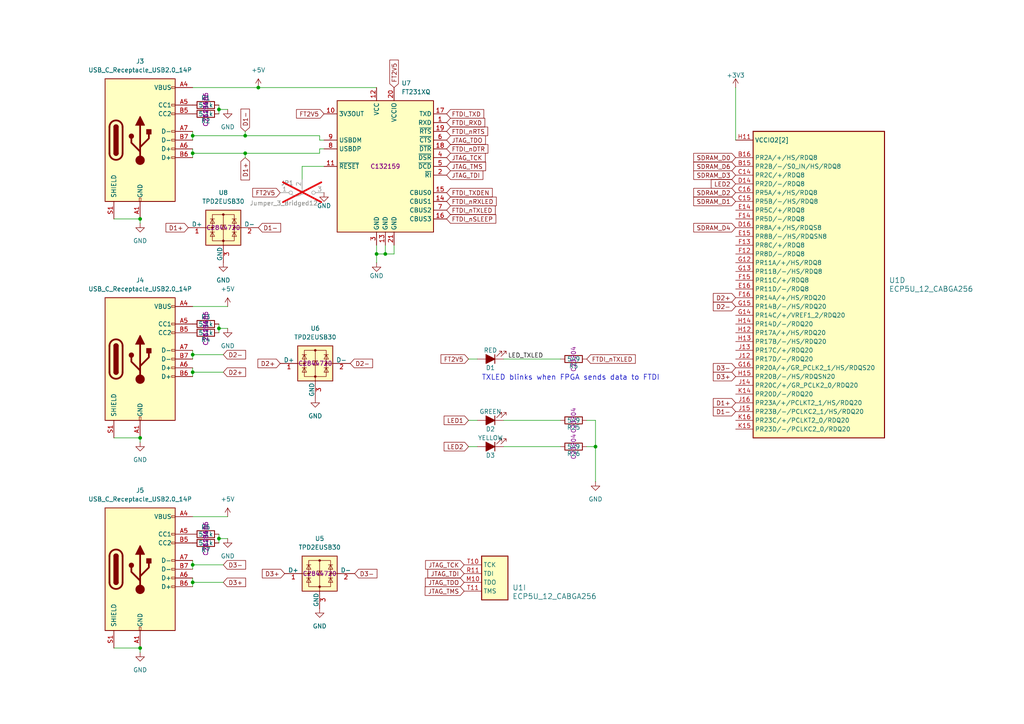
<source format=kicad_sch>
(kicad_sch (version 20250114) (generator "eeschema") (generator_version "9.0")
  (paper "A4")
  (text "TXLED blinks when FPGA sends data to FTDI" (at 139.7 110.49 0) (effects (font (size 1.524 1.524)) (justify left bottom)))
  (junction (at 40.64 187.96))
  (junction (at 74.93 25.4))
  (junction (at 63.5 156.21))
  (junction (at 63.5 31.75))
  (junction (at 55.88 102.87))
  (junction (at 71.12 44.45))
  (junction (at 63.5 95.25))
  (junction (at 111.76 73.66))
  (junction (at 71.12 39.37))
  (junction (at 172.72 129.54))
  (junction (at 40.64 63.5))
  (junction (at 55.88 168.91))
  (junction (at 55.88 163.83))
  (junction (at 109.22 73.66))
  (junction (at 55.88 44.45))
  (junction (at 55.88 39.37))
  (junction (at 40.64 127))
  (junction (at 55.88 107.95))
  (wire (pts (xy 172.72 121.92) (xy 172.72 129.54)))
  (wire (pts (xy 213.36 25.4) (xy 213.36 40.64)))
  (wire (pts (xy 66.04 95.25) (xy 63.5 95.25)))
  (wire (pts (xy 55.88 88.9) (xy 66.04 88.9)))
  (wire (pts (xy 66.04 156.21) (xy 63.5 156.21)))
  (wire (pts (xy 93.98 48.26) (xy 87.63 48.26)))
  (wire (pts (xy 92.71 44.45) (xy 92.71 43.18)))
  (wire (pts (xy 109.22 73.66) (xy 109.22 76.2)))
  (wire (pts (xy 146.05 129.54) (xy 162.56 129.54)))
  (wire (pts (xy 170.18 121.92) (xy 172.72 121.92)))
  (wire (pts (xy 92.71 40.64) (xy 92.71 39.37)))
  (wire (pts (xy 55.88 163.83) (xy 64.77 163.83)))
  (wire (pts (xy 55.88 168.91) (xy 64.77 168.91)))
  (wire (pts (xy 55.88 107.95) (xy 64.77 107.95)))
  (wire (pts (xy 55.88 168.91) (xy 55.88 170.18)))
  (wire (pts (xy 87.63 48.26) (xy 87.63 52.07)))
  (wire (pts (xy 63.5 93.98) (xy 63.5 95.25)))
  (wire (pts (xy 63.5 95.25) (xy 63.5 96.52)))
  (wire (pts (xy 55.88 167.64) (xy 55.88 168.91)))
  (wire (pts (xy 63.5 156.21) (xy 63.5 157.48)))
  (wire (pts (xy 71.12 39.37) (xy 92.71 39.37)))
  (wire (pts (xy 55.88 102.87) (xy 64.77 102.87)))
  (wire (pts (xy 55.88 40.64) (xy 55.88 39.37)))
  (wire (pts (xy 55.88 104.14) (xy 55.88 102.87)))
  (wire (pts (xy 111.76 71.12) (xy 111.76 73.66)))
  (wire (pts (xy 55.88 39.37) (xy 71.12 39.37)))
  (wire (pts (xy 135.89 104.14) (xy 138.43 104.14)))
  (wire (pts (xy 40.64 63.5) (xy 33.02 63.5)))
  (wire (pts (xy 40.64 187.96) (xy 33.02 187.96)))
  (wire (pts (xy 63.5 154.94) (xy 63.5 156.21)))
  (wire (pts (xy 93.98 40.64) (xy 92.71 40.64)))
  (wire (pts (xy 71.12 45.72) (xy 71.12 44.45)))
  (wire (pts (xy 109.22 73.66) (xy 111.76 73.66)))
  (wire (pts (xy 40.64 128.27) (xy 40.64 127)))
  (wire (pts (xy 172.72 129.54) (xy 172.72 139.7)))
  (wire (pts (xy 74.93 25.4) (xy 109.22 25.4)))
  (wire (pts (xy 66.04 31.75) (xy 63.5 31.75)))
  (wire (pts (xy 55.88 25.4) (xy 74.93 25.4)))
  (wire (pts (xy 55.88 165.1) (xy 55.88 163.83)))
  (wire (pts (xy 63.5 30.48) (xy 63.5 31.75)))
  (wire (pts (xy 55.88 107.95) (xy 55.88 109.22)))
  (wire (pts (xy 55.88 43.18) (xy 55.88 44.45)))
  (wire (pts (xy 135.89 121.92) (xy 138.43 121.92)))
  (wire (pts (xy 40.64 127) (xy 33.02 127)))
  (wire (pts (xy 55.88 44.45) (xy 71.12 44.45)))
  (wire (pts (xy 55.88 44.45) (xy 55.88 45.72)))
  (wire (pts (xy 111.76 73.66) (xy 114.3 73.66)))
  (wire (pts (xy 135.89 129.54) (xy 138.43 129.54)))
  (wire (pts (xy 55.88 106.68) (xy 55.88 107.95)))
  (wire (pts (xy 71.12 38.1) (xy 71.12 39.37)))
  (wire (pts (xy 55.88 149.86) (xy 66.04 149.86)))
  (wire (pts (xy 114.3 73.66) (xy 114.3 71.12)))
  (wire (pts (xy 146.05 121.92) (xy 162.56 121.92)))
  (wire (pts (xy 71.12 44.45) (xy 92.71 44.45)))
  (wire (pts (xy 109.22 71.12) (xy 109.22 73.66)))
  (wire (pts (xy 170.18 129.54) (xy 172.72 129.54)))
  (wire (pts (xy 63.5 31.75) (xy 63.5 33.02)))
  (wire (pts (xy 40.64 64.77) (xy 40.64 63.5)))
  (wire (pts (xy 55.88 39.37) (xy 55.88 38.1)))
  (wire (pts (xy 40.64 189.23) (xy 40.64 187.96)))
  (wire (pts (xy 55.88 102.87) (xy 55.88 101.6)))
  (wire (pts (xy 55.88 163.83) (xy 55.88 162.56)))
  (wire (pts (xy 146.05 104.14) (xy 162.56 104.14)))
  (wire (pts (xy 92.71 43.18) (xy 93.98 43.18)))
  (label "LED_TXLED" (at 147.32 104.14 0))
  (global_label "FTDI_RXD" (shape input) (at 129.54 35.56 0) (property "Intersheetrefs" "${INTERSHEET_REFS}" (effects (hide yes))))
  (global_label "FTDI_nTXLED" (shape input) (at 170.18 104.14 0) (property "Intersheetrefs" "${INTERSHEET_REFS}" (effects (hide yes))))
  (global_label "D1-" (shape input) (at 74.93 66.04 0) (property "Intersheetrefs" "${INTERSHEET_REFS}" (effects (hide yes))))
  (global_label "JTAG_TDO" (shape input) (at 134.62 168.91 180) (property "Intersheetrefs" "${INTERSHEET_REFS}" (effects (hide yes))))
  (global_label "D2+" (shape input) (at 213.36 86.36 180) (property "Intersheetrefs" "${INTERSHEET_REFS}" (effects (hide yes))))
  (global_label "D3+" (shape input) (at 82.55 166.37 180) (property "Intersheetrefs" "${INTERSHEET_REFS}" (effects (hide yes))))
  (global_label "FT2V5" (shape input) (at 93.98 33.02 180) (property "Intersheetrefs" "${INTERSHEET_REFS}" (effects (hide yes))))
  (global_label "JTAG_TDI" (shape input) (at 134.62 166.37 180) (property "Intersheetrefs" "${INTERSHEET_REFS}" (effects (hide yes))))
  (global_label "JTAG_TMS" (shape input) (at 129.54 48.26 0) (property "Intersheetrefs" "${INTERSHEET_REFS}" (effects (hide yes))))
  (global_label "D2-" (shape input) (at 213.36 88.9 180) (property "Intersheetrefs" "${INTERSHEET_REFS}" (effects (hide yes))))
  (global_label "FTDI_nTXLED" (shape input) (at 129.54 60.96 0) (property "Intersheetrefs" "${INTERSHEET_REFS}" (effects (hide yes))))
  (global_label "SDRAM_D2" (shape input) (at 213.36 55.88 180) (property "Intersheetrefs" "${INTERSHEET_REFS}" (effects (hide yes))))
  (global_label "FTDI_TXDEN" (shape input) (at 129.54 55.88 0) (property "Intersheetrefs" "${INTERSHEET_REFS}" (effects (hide yes))))
  (global_label "SDRAM_D0" (shape input) (at 213.36 45.72 180) (property "Intersheetrefs" "${INTERSHEET_REFS}" (effects (hide yes))))
  (global_label "D2-" (shape input) (at 101.6 105.41 0) (property "Intersheetrefs" "${INTERSHEET_REFS}" (effects (hide yes))))
  (global_label "D3-" (shape input) (at 102.87 166.37 0) (property "Intersheetrefs" "${INTERSHEET_REFS}" (effects (hide yes))))
  (global_label "D3+" (shape input) (at 64.77 168.91 0) (property "Intersheetrefs" "${INTERSHEET_REFS}" (effects (hide yes))))
  (global_label "FTDI_TXD" (shape input) (at 129.54 33.02 0) (property "Intersheetrefs" "${INTERSHEET_REFS}" (effects (hide yes))))
  (global_label "D2-" (shape input) (at 64.77 102.87 0) (property "Intersheetrefs" "${INTERSHEET_REFS}" (effects (hide yes))))
  (global_label "SDRAM_D1" (shape input) (at 213.36 58.42 180) (property "Intersheetrefs" "${INTERSHEET_REFS}" (effects (hide yes))))
  (global_label "LED1" (shape input) (at 135.89 121.92 180) (property "Intersheetrefs" "${INTERSHEET_REFS}" (effects (hide yes))))
  (global_label "FT2V5" (shape input) (at 114.3 25.4 90) (property "Intersheetrefs" "${INTERSHEET_REFS}" (effects (hide yes))))
  (global_label "SDRAM_D3" (shape input) (at 213.36 50.8 180) (property "Intersheetrefs" "${INTERSHEET_REFS}" (effects (hide yes))))
  (global_label "D2+" (shape input) (at 64.77 107.95 0) (property "Intersheetrefs" "${INTERSHEET_REFS}" (effects (hide yes))))
  (global_label "JTAG_TMS" (shape input) (at 134.62 171.45 180) (property "Intersheetrefs" "${INTERSHEET_REFS}" (effects (hide yes))))
  (global_label "D1-" (shape input) (at 213.36 119.38 180) (property "Intersheetrefs" "${INTERSHEET_REFS}" (effects (hide yes))))
  (global_label "SDRAM_D6" (shape input) (at 213.36 48.26 180) (property "Intersheetrefs" "${INTERSHEET_REFS}" (effects (hide yes))))
  (global_label "FTDI_nRXLED" (shape input) (at 129.54 58.42 0) (property "Intersheetrefs" "${INTERSHEET_REFS}" (effects (hide yes))))
  (global_label "FT2V5" (shape input) (at 135.89 104.14 180) (property "Intersheetrefs" "${INTERSHEET_REFS}" (effects (hide yes))))
  (global_label "D1+" (shape input) (at 71.12 45.72 270) (property "Intersheetrefs" "${INTERSHEET_REFS}" (effects (hide yes))))
  (global_label "JTAG_TDO" (shape input) (at 129.54 40.64 0) (property "Intersheetrefs" "${INTERSHEET_REFS}" (effects (hide yes))))
  (global_label "FTDI_nDTR" (shape input) (at 129.54 43.18 0) (property "Intersheetrefs" "${INTERSHEET_REFS}" (effects (hide yes))))
  (global_label "D3-" (shape input) (at 213.36 106.68 180) (property "Intersheetrefs" "${INTERSHEET_REFS}" (effects (hide yes))))
  (global_label "SDRAM_D4" (shape input) (at 213.36 66.04 180) (property "Intersheetrefs" "${INTERSHEET_REFS}" (effects (hide yes))))
  (global_label "LED2" (shape input) (at 213.36 53.34 180) (property "Intersheetrefs" "${INTERSHEET_REFS}" (effects (hide yes))))
  (global_label "JTAG_TCK" (shape input) (at 129.54 45.72 0) (property "Intersheetrefs" "${INTERSHEET_REFS}" (effects (hide yes))))
  (global_label "FT2V5" (shape input) (at 81.28 55.88 180) (property "Intersheetrefs" "${INTERSHEET_REFS}" (effects (hide yes))))
  (global_label "FTDI_nRTS" (shape input) (at 129.54 38.1 0) (property "Intersheetrefs" "${INTERSHEET_REFS}" (effects (hide yes))))
  (global_label "D1-" (shape input) (at 71.12 38.1 90) (property "Intersheetrefs" "${INTERSHEET_REFS}" (effects (hide yes))))
  (global_label "D3+" (shape input) (at 213.36 109.22 180) (property "Intersheetrefs" "${INTERSHEET_REFS}" (effects (hide yes))))
  (global_label "D2+" (shape input) (at 81.28 105.41 180) (property "Intersheetrefs" "${INTERSHEET_REFS}" (effects (hide yes))))
  (global_label "D1+" (shape input) (at 213.36 116.84 180) (property "Intersheetrefs" "${INTERSHEET_REFS}" (effects (hide yes))))
  (global_label "FTDI_nSLEEP" (shape input) (at 129.54 63.5 0) (property "Intersheetrefs" "${INTERSHEET_REFS}" (effects (hide yes))))
  (global_label "D3-" (shape input) (at 64.77 163.83 0) (property "Intersheetrefs" "${INTERSHEET_REFS}" (effects (hide yes))))
  (global_label "LED2" (shape input) (at 135.89 129.54 180) (property "Intersheetrefs" "${INTERSHEET_REFS}" (effects (hide yes))))
  (global_label "JTAG_TCK" (shape input) (at 134.62 163.83 180) (property "Intersheetrefs" "${INTERSHEET_REFS}" (effects (hide yes))))
  (global_label "D1+" (shape input) (at 54.61 66.04 180) (property "Intersheetrefs" "${INTERSHEET_REFS}" (effects (hide yes))))
  (global_label "JTAG_TDI" (shape input) (at 129.54 50.8 0) (property "Intersheetrefs" "${INTERSHEET_REFS}" (effects (hide yes))))
  (symbol (lib_id "power:GND") (at 109.22 76.2 0) (unit 1)
    (property "Reference" "#PWR041" (effects (hide yes)))
    (property "Value" "GND" (at 109.22 80.01 0))
  )
  (symbol (lib_id "Device:LED_ALT") (at 142.24 104.14 180) (unit 1)
    (property "Reference" "D1" (at 142.24 106.68 0))
    (property "Value" "RED" (at 142.24 101.6 0))
    (property "Footprint" "LED_SMD:LED_0603_1608Metric" (effects (hide yes)))
    (property "Datasheet" "https://optoelectronics.liteon.com/upload/download/DS-22-99-0150/LTST-C170KRKT.pdf" (effects (hide yes)))
    (property "LCSC Part" "C2286" (effects (hide yes)))
  )
  (symbol (lib_id "Device:R") (at 166.37 104.14 270) (unit 1)
    (property "Reference" "R5" (at 166.37 106.172 90))
    (property "Value" "549" (at 166.37 104.14 90))
    (property "Footprint" "Resistor_SMD:R_0603_1608Metric" (effects (hide yes)))
    (property "LCSC Part" "C23204" (at 166.37 104.14 0))
  )
  (symbol (lib_id "Device:R") (at 59.69 96.52 270) (unit 1)
    (property "Reference" "R4" (at 59.69 98.552 90))
    (property "Value" "5.1k" (at 59.69 96.52 90))
    (property "Footprint" "Resistor_SMD:R_0603_1608Metric" (effects (hide yes)))
    (property "LCSC Part" "C23186" (at 59.69 96.52 0))
  )
  (symbol (lib_id "Device:R") (at 166.37 129.54 270) (unit 1)
    (property "Reference" "R26" (at 166.37 131.572 90))
    (property "Value" "549" (at 166.37 129.54 90))
    (property "Footprint" "Resistor_SMD:R_0603_1608Metric" (effects (hide yes)))
    (property "LCSC Part" "C23204" (at 166.37 129.54 0))
  )
  (symbol (lib_id "power:GND") (at 66.04 156.21 0) (unit 1)
    (property "Reference" "#PWR043" (effects (hide yes)))
    (property "Value" "GND" (at 66.04 161.29 0))
    (property "Description" "Power symbol creates a global label with name \"GND\" , ground" (effects (hide yes)))
  )
  (symbol (lib_id "josh-ic:ECP5U_12_CABGA256") (at 142.24 167.64 0) (unit 9)
    (property "Reference" "U1" (at 148.59 170.434 0) (effects (font (size 1.524 1.524)) (justify left)))
    (property "Value" "ECP5U_12_CABGA256" (at 148.59 172.974 0) (effects (font (size 1.524 1.524)) (justify left)))
    (property "Footprint" "Package_BGA:BGA-256_14.0x14.0mm_Layout16x16_P0.8mm_Ball0.45mm_Pad0.32mm_NSMD" (effects (hide yes)))
    (property "Datasheet" "https://www.lcsc.com/datasheet/lcsc_datasheet_2411220131_Lattice-LFE5U-25F-6BG256C_C1521614.pdf" (effects (hide yes)))
    (property "LCSC Part" " C1521614" (effects (hide yes)))
  )
  (symbol (lib_id "power:GND") (at 93.98 55.88 0) (unit 1)
    (property "Reference" "#PWR092" (effects (hide yes)))
    (property "Value" "GND" (at 93.98 59.69 0))
  )
  (symbol (lib_id "power:GND") (at 64.77 76.2 0) (unit 1)
    (property "Reference" "#PWR046" (effects (hide yes)))
    (property "Value" "GND" (at 64.77 81.28 0))
    (property "Description" "Power symbol creates a global label with name \"GND\" , ground" (effects (hide yes)))
  )
  (symbol (lib_id "Interface_USB:FT231XQ") (at 111.76 48.26 0) (unit 1)
    (property "Reference" "U7" (at 116.4433 24.13 0) (effects (justify left)))
    (property "Value" "FT231XQ" (at 116.4433 26.67 0) (effects (justify left)))
    (property "Footprint" "Package_DFN_QFN:QFN-20-1EP_4x4mm_P0.5mm_EP2.5x2.5mm" (effects (hide yes)))
    (property "Datasheet" "https://www.ftdichip.com/Support/Documents/DataSheets/ICs/DS_FT231X.pdf" (effects (hide yes)))
    (property "Description" "Full Speed USB to Full Handshake UART, QFN-20" (effects (hide yes)))
    (property "LCSC Part" "C132159" (at 111.76 48.26 0))
  )
  (symbol (lib_id "power:+5V") (at 66.04 88.9 0) (unit 1)
    (property "Reference" "#PWR034" (effects (hide yes)))
    (property "Value" "+5V" (at 66.04 83.82 0))
    (property "Description" "Power symbol creates a global label with name \"+5V\"" (effects (hide yes)))
  )
  (symbol (lib_id "Device:R") (at 166.37 121.92 270) (unit 1)
    (property "Reference" "R25" (at 166.37 123.952 90))
    (property "Value" "549" (at 166.37 121.92 90))
    (property "Footprint" "Resistor_SMD:R_0603_1608Metric" (effects (hide yes)))
    (property "LCSC Part" "C23204" (at 166.37 121.92 0))
  )
  (symbol (lib_id "power:GND") (at 91.44 115.57 0) (unit 1)
    (property "Reference" "#PWR045" (effects (hide yes)))
    (property "Value" "GND" (at 91.44 120.65 0))
    (property "Description" "Power symbol creates a global label with name \"GND\" , ground" (effects (hide yes)))
  )
  (symbol (lib_id "Device:R") (at 59.69 33.02 270) (unit 1)
    (property "Reference" "R2" (at 59.69 35.052 90))
    (property "Value" "5.1k" (at 59.69 33.02 90))
    (property "Footprint" "Resistor_SMD:R_0603_1608Metric" (effects (hide yes)))
    (property "LCSC Part" "C23186" (at 59.69 33.02 0))
  )
  (symbol (lib_id "power:GND") (at 172.72 139.7 0) (unit 1)
    (property "Reference" "#PWR091" (effects (hide yes)))
    (property "Value" "GND" (at 172.72 144.78 0))
    (property "Description" "Power symbol creates a global label with name \"GND\" , ground" (effects (hide yes)))
  )
  (symbol (lib_id "power:GND") (at 40.64 64.77 0) (unit 1)
    (property "Reference" "#PWR039" (effects (hide yes)))
    (property "Value" "GND" (at 40.64 69.85 0))
    (property "Description" "Power symbol creates a global label with name \"GND\" , ground" (effects (hide yes)))
  )
  (symbol (lib_id "power:GND") (at 40.64 189.23 0) (unit 1)
    (property "Reference" "#PWR047" (effects (hide yes)))
    (property "Value" "GND" (at 40.64 194.31 0))
    (property "Description" "Power symbol creates a global label with name \"GND\" , ground" (effects (hide yes)))
  )
  (symbol (lib_id "power:+3V3") (at 213.36 25.4 0) (unit 1)
    (property "Reference" "#PWR059" (effects (hide yes)))
    (property "Value" "+3V3" (at 213.36 21.844 0))
  )
  (symbol (lib_id "power:GND") (at 66.04 31.75 0) (unit 1)
    (property "Reference" "#PWR035" (effects (hide yes)))
    (property "Value" "GND" (at 66.04 36.83 0))
    (property "Description" "Power symbol creates a global label with name \"GND\" , ground" (effects (hide yes)))
  )
  (symbol (lib_id "power:GND") (at 92.71 176.53 0) (unit 1)
    (property "Reference" "#PWR044" (effects (hide yes)))
    (property "Value" "GND" (at 92.71 181.61 0))
    (property "Description" "Power symbol creates a global label with name \"GND\" , ground" (effects (hide yes)))
  )
  (symbol (lib_id "Device:R") (at 59.69 93.98 270) (mirror x) (unit 1)
    (property "Reference" "R3" (at 59.69 91.948 90))
    (property "Value" "5.1k" (at 59.69 93.98 90))
    (property "Footprint" "Resistor_SMD:R_0603_1608Metric" (effects (hide yes)))
    (property "LCSC Part" "C23186" (at 59.69 93.98 0))
  )
  (symbol (lib_id "Device:R") (at 59.69 30.48 270) (mirror x) (unit 1)
    (property "Reference" "R1" (at 59.69 28.448 90))
    (property "Value" "5.1k" (at 59.69 30.48 90))
    (property "Footprint" "Resistor_SMD:R_0603_1608Metric" (effects (hide yes)))
    (property "LCSC Part" "C23186" (at 59.69 30.48 0))
  )
  (symbol (lib_id "power:GND") (at 66.04 95.25 0) (unit 1)
    (property "Reference" "#PWR036" (effects (hide yes)))
    (property "Value" "GND" (at 66.04 100.33 0))
    (property "Description" "Power symbol creates a global label with name \"GND\" , ground" (effects (hide yes)))
  )
  (symbol (lib_id "power:+5V") (at 66.04 149.86 0) (unit 1)
    (property "Reference" "#PWR042" (effects (hide yes)))
    (property "Value" "+5V" (at 66.04 144.78 0))
    (property "Description" "Power symbol creates a global label with name \"+5V\"" (effects (hide yes)))
  )
  (symbol (lib_id "Device:LED_ALT") (at 142.24 129.54 180) (unit 1)
    (property "Reference" "D3" (at 142.24 132.08 0))
    (property "Value" "YELLOW" (at 142.24 127 0))
    (property "Footprint" "LED_SMD:LED_0603_1608Metric" (effects (hide yes)))
    (property "Datasheet" "https://optoelectronics.liteon.com/upload/download/DS-22-99-0150/LTST-C170KRKT.pdf" (effects (hide yes)))
    (property "LCSC Part" "C72038" (effects (hide yes)))
  )
  (symbol (lib_id "Power_Protection:TPD2EUSB30") (at 91.44 105.41 0) (unit 1)
    (property "Reference" "U6" (at 91.44 95.25 0))
    (property "Value" "TPD2EUSB30" (at 91.44 97.79 0))
    (property "Footprint" "Package_TO_SOT_SMD:Texas_DRT-3" (effects (hide yes)))
    (property "Datasheet" "http://www.ti.com/lit/ds/symlink/tpd2eusb30a.pdf" (effects (hide yes)))
    (property "Description" "2-Channel ESD Protection for Super-Speed USB 3.0 Interface, DRT-3" (effects (hide yes)))
    (property "LCSC Part" "C2844720" (at 91.44 105.41 0))
  )
  (symbol (lib_id "Device:R") (at 59.69 157.48 270) (unit 1)
    (property "Reference" "R7" (at 59.69 159.512 90))
    (property "Value" "5.1k" (at 59.69 157.48 90))
    (property "Footprint" "Resistor_SMD:R_0603_1608Metric" (effects (hide yes)))
    (property "LCSC Part" "C23186" (at 59.69 157.48 0))
  )
  (symbol (lib_id "Connector:USB_C_Receptacle_USB2.0_14P") (at 40.64 40.64 0) (unit 1)
    (property "Reference" "J3" (at 40.64 17.78 0))
    (property "Value" "USB_C_Receptacle_USB2.0_14P" (at 40.64 20.32 0))
    (property "Footprint" "Connector_USB:USB_C_Receptacle_GCT_USB4105-xx-A_16P_TopMnt_Horizontal" (effects (hide yes)))
    (property "Datasheet" "https://www.usb.org/sites/default/files/documents/usb_type-c.zip" (effects (hide yes)))
    (property "Description" "USB 2.0-only 14P Type-C Receptacle connector" (effects (hide yes)))
    (property "LCSC Part" " C2765186" (effects (hide yes)))
  )
  (symbol (lib_id "Jumper:Jumper_3_Bridged12") (at 87.63 55.88 0) (mirror x) (unit 1) (in_bom no) (dnp yes)
    (property "Reference" "JP1" (at 83.312 53.086 0))
    (property "Value" "Jumper_3_Bridged12" (at 82.296 58.928 0))
    (property "Footprint" "Jumper:SolderJumper-3_P1.3mm_Bridged2Bar12_RoundedPad1.0x1.5mm" (effects (hide yes)))
    (property "Description" "Jumper, 3-pole, pins 1+2 closed/bridged" (effects (hide yes)))
  )
  (symbol (lib_id "Device:R") (at 59.69 154.94 270) (mirror x) (unit 1)
    (property "Reference" "R6" (at 59.69 152.908 90))
    (property "Value" "5.1k" (at 59.69 154.94 90))
    (property "Footprint" "Resistor_SMD:R_0603_1608Metric" (effects (hide yes)))
    (property "LCSC Part" "C23186" (at 59.69 154.94 0))
  )
  (symbol (lib_id "Connector:USB_C_Receptacle_USB2.0_14P") (at 40.64 165.1 0) (unit 1)
    (property "Reference" "J5" (at 40.64 142.24 0))
    (property "Value" "USB_C_Receptacle_USB2.0_14P" (at 40.64 144.78 0))
    (property "Footprint" "Connector_USB:USB_C_Receptacle_GCT_USB4105-xx-A_16P_TopMnt_Horizontal" (effects (hide yes)))
    (property "Datasheet" "https://www.usb.org/sites/default/files/documents/usb_type-c.zip" (effects (hide yes)))
    (property "Description" "USB 2.0-only 14P Type-C Receptacle connector" (effects (hide yes)))
    (property "LCSC Part" " C2765186" (effects (hide yes)))
  )
  (symbol (lib_id "Power_Protection:TPD2EUSB30") (at 64.77 66.04 0) (unit 1)
    (property "Reference" "U8" (at 64.77 55.88 0))
    (property "Value" "TPD2EUSB30" (at 64.77 58.42 0))
    (property "Footprint" "Package_TO_SOT_SMD:Texas_DRT-3" (effects (hide yes)))
    (property "Datasheet" "http://www.ti.com/lit/ds/symlink/tpd2eusb30a.pdf" (effects (hide yes)))
    (property "Description" "2-Channel ESD Protection for Super-Speed USB 3.0 Interface, DRT-3" (effects (hide yes)))
    (property "LCSC Part" "C2844720" (at 64.77 66.04 0))
  )
  (symbol (lib_id "power:+5V") (at 74.93 25.4 0) (unit 1)
    (property "Reference" "#PWR033" (effects (hide yes)))
    (property "Value" "+5V" (at 74.93 20.32 0))
    (property "Description" "Power symbol creates a global label with name \"+5V\"" (effects (hide yes)))
  )
  (symbol (lib_id "Device:LED_ALT") (at 142.24 121.92 180) (unit 1)
    (property "Reference" "D2" (at 142.24 124.46 0))
    (property "Value" "GREEN" (at 142.24 119.38 0))
    (property "Footprint" "LED_SMD:LED_0603_1608Metric" (effects (hide yes)))
    (property "Datasheet" "https://optoelectronics.liteon.com/upload/download/DS-22-99-0150/LTST-C170KRKT.pdf" (effects (hide yes)))
    (property "LCSC Part" "C2994781" (effects (hide yes)))
  )
  (symbol (lib_name "ECP5U_12_CABGA256_1") (lib_id "josh-ic:ECP5U_12_CABGA256") (at 234.95 78.74 0) (unit 4)
    (property "Reference" "U1" (at 257.81 81.2799 0) (effects (font (size 1.524 1.524)) (justify left)))
    (property "Value" "ECP5U_12_CABGA256" (at 257.81 83.8199 0) (effects (font (size 1.524 1.524)) (justify left)))
    (property "Footprint" "Package_BGA:BGA-256_14.0x14.0mm_Layout16x16_P0.8mm_Ball0.45mm_Pad0.32mm_NSMD" (effects (hide yes)))
    (property "Datasheet" "https://www.lcsc.com/datasheet/lcsc_datasheet_2411220131_Lattice-LFE5U-25F-6BG256C_C1521614.pdf" (effects (hide yes)))
    (property "LCSC Part" " C1521614" (effects (hide yes)))
  )
  (symbol (lib_id "Power_Protection:TPD2EUSB30") (at 92.71 166.37 0) (unit 1)
    (property "Reference" "U5" (at 92.71 156.21 0))
    (property "Value" "TPD2EUSB30" (at 92.71 158.75 0))
    (property "Footprint" "Package_TO_SOT_SMD:Texas_DRT-3" (effects (hide yes)))
    (property "Datasheet" "http://www.ti.com/lit/ds/symlink/tpd2eusb30a.pdf" (effects (hide yes)))
    (property "Description" "2-Channel ESD Protection for Super-Speed USB 3.0 Interface, DRT-3" (effects (hide yes)))
    (property "LCSC Part" "C2844720" (at 92.71 166.37 0))
  )
  (symbol (lib_id "power:GND") (at 40.64 128.27 0) (unit 1)
    (property "Reference" "#PWR040" (effects (hide yes)))
    (property "Value" "GND" (at 40.64 133.35 0))
    (property "Description" "Power symbol creates a global label with name \"GND\" , ground" (effects (hide yes)))
  )
  (symbol (lib_id "Connector:USB_C_Receptacle_USB2.0_14P") (at 40.64 104.14 0) (unit 1)
    (property "Reference" "J4" (at 40.64 81.28 0))
    (property "Value" "USB_C_Receptacle_USB2.0_14P" (at 40.64 83.82 0))
    (property "Footprint" "Connector_USB:USB_C_Receptacle_GCT_USB4105-xx-A_16P_TopMnt_Horizontal" (effects (hide yes)))
    (property "Datasheet" "https://www.usb.org/sites/default/files/documents/usb_type-c.zip" (effects (hide yes)))
    (property "Description" "USB 2.0-only 14P Type-C Receptacle connector" (effects (hide yes)))
    (property "LCSC Part" " C2765186" (effects (hide yes)))
  )
)
</source>
